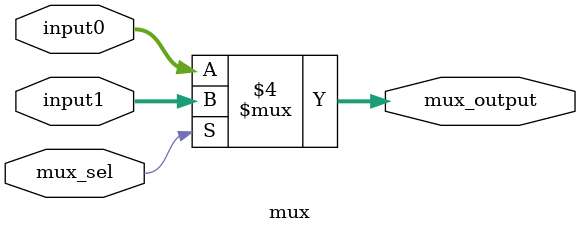
<source format=v>
module mux (
    input [31:0] input0 ,
    input [31:0] input1 ,
    input mux_sel ,
    output reg [31:0] mux_output 
);

    always @(*) begin
        if ( mux_sel == 0 )    mux_output = input0 ;       // coming from regfile
        else                   mux_output = input1 ;       // coming directly from the instruction  
    end
    
endmodule

</source>
